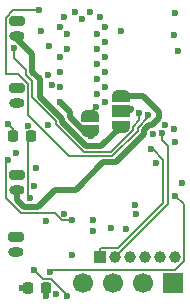
<source format=gbr>
%TF.GenerationSoftware,KiCad,Pcbnew,9.0.5*%
%TF.CreationDate,2025-12-10T00:03:41-08:00*%
%TF.ProjectId,camcontrol stm32,63616d63-6f6e-4747-926f-6c2073746d33,rev?*%
%TF.SameCoordinates,Original*%
%TF.FileFunction,Copper,L4,Bot*%
%TF.FilePolarity,Positive*%
%FSLAX46Y46*%
G04 Gerber Fmt 4.6, Leading zero omitted, Abs format (unit mm)*
G04 Created by KiCad (PCBNEW 9.0.5) date 2025-12-10 00:03:41*
%MOMM*%
%LPD*%
G01*
G04 APERTURE LIST*
G04 Aperture macros list*
%AMRoundRect*
0 Rectangle with rounded corners*
0 $1 Rounding radius*
0 $2 $3 $4 $5 $6 $7 $8 $9 X,Y pos of 4 corners*
0 Add a 4 corners polygon primitive as box body*
4,1,4,$2,$3,$4,$5,$6,$7,$8,$9,$2,$3,0*
0 Add four circle primitives for the rounded corners*
1,1,$1+$1,$2,$3*
1,1,$1+$1,$4,$5*
1,1,$1+$1,$6,$7*
1,1,$1+$1,$8,$9*
0 Add four rect primitives between the rounded corners*
20,1,$1+$1,$2,$3,$4,$5,0*
20,1,$1+$1,$4,$5,$6,$7,0*
20,1,$1+$1,$6,$7,$8,$9,0*
20,1,$1+$1,$8,$9,$2,$3,0*%
%AMFreePoly0*
4,1,23,0.550000,-0.750000,0.000000,-0.750000,0.000000,-0.745722,-0.065263,-0.745722,-0.191342,-0.711940,-0.304381,-0.646677,-0.396677,-0.554381,-0.461940,-0.441342,-0.495722,-0.315263,-0.495722,-0.250000,-0.500000,-0.250000,-0.500000,0.250000,-0.495722,0.250000,-0.495722,0.315263,-0.461940,0.441342,-0.396677,0.554381,-0.304381,0.646677,-0.191342,0.711940,-0.065263,0.745722,0.000000,0.745722,
0.000000,0.750000,0.550000,0.750000,0.550000,-0.750000,0.550000,-0.750000,$1*%
%AMFreePoly1*
4,1,23,0.000000,0.745722,0.065263,0.745722,0.191342,0.711940,0.304381,0.646677,0.396677,0.554381,0.461940,0.441342,0.495722,0.315263,0.495722,0.250000,0.500000,0.250000,0.500000,-0.250000,0.495722,-0.250000,0.495722,-0.315263,0.461940,-0.441342,0.396677,-0.554381,0.304381,-0.646677,0.191342,-0.711940,0.065263,-0.745722,0.000000,-0.745722,0.000000,-0.750000,-0.550000,-0.750000,
-0.550000,0.750000,0.000000,0.750000,0.000000,0.745722,0.000000,0.745722,$1*%
%AMFreePoly2*
4,1,23,0.500000,-0.750000,0.000000,-0.750000,0.000000,-0.745722,-0.065263,-0.745722,-0.191342,-0.711940,-0.304381,-0.646677,-0.396677,-0.554381,-0.461940,-0.441342,-0.495722,-0.315263,-0.495722,-0.250000,-0.500000,-0.250000,-0.500000,0.250000,-0.495722,0.250000,-0.495722,0.315263,-0.461940,0.441342,-0.396677,0.554381,-0.304381,0.646677,-0.191342,0.711940,-0.065263,0.745722,0.000000,0.745722,
0.000000,0.750000,0.500000,0.750000,0.500000,-0.750000,0.500000,-0.750000,$1*%
%AMFreePoly3*
4,1,23,0.000000,0.745722,0.065263,0.745722,0.191342,0.711940,0.304381,0.646677,0.396677,0.554381,0.461940,0.441342,0.495722,0.315263,0.495722,0.250000,0.500000,0.250000,0.500000,-0.250000,0.495722,-0.250000,0.495722,-0.315263,0.461940,-0.441342,0.396677,-0.554381,0.304381,-0.646677,0.191342,-0.711940,0.065263,-0.745722,0.000000,-0.745722,0.000000,-0.750000,-0.500000,-0.750000,
-0.500000,0.750000,0.000000,0.750000,0.000000,0.745722,0.000000,0.745722,$1*%
G04 Aperture macros list end*
%TA.AperFunction,ComponentPad*%
%ADD10R,1.000000X1.000000*%
%TD*%
%TA.AperFunction,ComponentPad*%
%ADD11C,1.000000*%
%TD*%
%TA.AperFunction,SMDPad,CuDef*%
%ADD12FreePoly0,90.000000*%
%TD*%
%TA.AperFunction,SMDPad,CuDef*%
%ADD13R,1.500000X1.000000*%
%TD*%
%TA.AperFunction,SMDPad,CuDef*%
%ADD14FreePoly1,90.000000*%
%TD*%
%TA.AperFunction,ComponentPad*%
%ADD15RoundRect,0.200000X-0.450000X0.200000X-0.450000X-0.200000X0.450000X-0.200000X0.450000X0.200000X0*%
%TD*%
%TA.AperFunction,ComponentPad*%
%ADD16O,1.300000X0.800000*%
%TD*%
%TA.AperFunction,SMDPad,CuDef*%
%ADD17RoundRect,0.218750X-0.218750X-0.256250X0.218750X-0.256250X0.218750X0.256250X-0.218750X0.256250X0*%
%TD*%
%TA.AperFunction,SMDPad,CuDef*%
%ADD18FreePoly2,90.000000*%
%TD*%
%TA.AperFunction,SMDPad,CuDef*%
%ADD19FreePoly3,90.000000*%
%TD*%
%TA.AperFunction,ComponentPad*%
%ADD20R,1.700000X1.700000*%
%TD*%
%TA.AperFunction,ComponentPad*%
%ADD21C,1.700000*%
%TD*%
%TA.AperFunction,ViaPad*%
%ADD22C,0.600000*%
%TD*%
%TA.AperFunction,Conductor*%
%ADD23C,0.500000*%
%TD*%
%TA.AperFunction,Conductor*%
%ADD24C,0.200000*%
%TD*%
G04 APERTURE END LIST*
D10*
%TO.P,J5,1,Pin_1*%
%TO.N,/CAM1 RX*%
X8331200Y-21590000D03*
D11*
%TO.P,J5,2,Pin_2*%
%TO.N,/CAM1 TX*%
X9601200Y-21590000D03*
%TO.P,J5,3,Pin_3*%
%TO.N,GND*%
X10871200Y-21590000D03*
%TO.P,J5,4,Pin_4*%
%TO.N,/CAM2 RX*%
X12141200Y-21590000D03*
%TO.P,J5,5,Pin_5*%
%TO.N,/CAM2 TX*%
X13411200Y-21590000D03*
%TO.P,J5,6,Pin_6*%
%TO.N,GND*%
X14681200Y-21590000D03*
%TD*%
D12*
%TO.P,JP1,1,A*%
%TO.N,+12V*%
X10033000Y-10550200D03*
D13*
%TO.P,JP1,2,C*%
%TO.N,Net-(JP1-C)*%
X10033000Y-9250200D03*
D14*
%TO.P,JP1,3,B*%
%TO.N,+12VA*%
X10033000Y-7950200D03*
%TD*%
D15*
%TO.P,J3,1,Pin_1*%
%TO.N,GND*%
X1270000Y-7284400D03*
D16*
%TO.P,J3,2,Pin_2*%
%TO.N,/PWR B*%
X1270000Y-8534400D03*
%TD*%
D15*
%TO.P,J1,1,Pin_1*%
%TO.N,GND*%
X1297200Y-1635600D03*
D16*
%TO.P,J1,2,Pin_2*%
%TO.N,+12V*%
X1297200Y-2885600D03*
%TD*%
D17*
%TO.P,D2,1,K*%
%TO.N,Net-(D2-K)*%
X888900Y-11379200D03*
%TO.P,D2,2,A*%
%TO.N,/LED INDICATION*%
X2463900Y-11379200D03*
%TD*%
%TO.P,D1,1,K*%
%TO.N,Net-(D1-K)*%
X2184300Y-24180800D03*
%TO.P,D1,2,A*%
%TO.N,+3V3*%
X3759300Y-24180800D03*
%TD*%
D15*
%TO.P,J7,1,Pin_1*%
%TO.N,GND*%
X1170200Y-19923600D03*
D16*
%TO.P,J7,2,Pin_2*%
%TO.N,/PWR A*%
X1170200Y-21173600D03*
%TD*%
D15*
%TO.P,J4,1,Pin_1*%
%TO.N,GND*%
X1244600Y-14630400D03*
D16*
%TO.P,J4,2,Pin_2*%
%TO.N,+12VA*%
X1244600Y-15880400D03*
%TD*%
D18*
%TO.P,J6,1,Pin_1*%
%TO.N,GND*%
X7416800Y-10937000D03*
D19*
%TO.P,J6,2,Pin_2*%
%TO.N,/BOOTSEL*%
X7416800Y-9637000D03*
%TD*%
D20*
%TO.P,J2,1,Pin_1*%
%TO.N,GND*%
X14478000Y-23799800D03*
D21*
%TO.P,J2,2,Pin_2*%
%TO.N,+3V3*%
X11938000Y-23799800D03*
%TO.P,J2,3,Pin_3*%
%TO.N,/CAM1 TX*%
X9398000Y-23799800D03*
%TO.P,J2,4,Pin_4*%
%TO.N,/CAM1 RX*%
X6858000Y-23799800D03*
%TD*%
D22*
%TO.N,GND*%
X4222636Y-7059804D03*
X7416800Y-812800D03*
X8686800Y-2082800D03*
X3733800Y-18511800D03*
X4876800Y-7162800D03*
X4876800Y-5892800D03*
X8686800Y-5892800D03*
X8051800Y-7797800D03*
X1193800Y-12750800D03*
X11226800Y-17200800D03*
X8051800Y-2717800D03*
X8686800Y-7162800D03*
X8686800Y-4622800D03*
X7670800Y-19423600D03*
X8686800Y-3352800D03*
X10462558Y-19209696D03*
X2187316Y-10472555D03*
X5511800Y-2717800D03*
X14909800Y-4114800D03*
X5511800Y-3987800D03*
X4557497Y-24738707D03*
X5896032Y-21390750D03*
X15213600Y-15341600D03*
X8266800Y-1242800D03*
X10083800Y-2463800D03*
X14524200Y-2794000D03*
X8051800Y-6527800D03*
X4876800Y-8432800D03*
X4876800Y-4622800D03*
X3268922Y-2445668D03*
X4876800Y-2082800D03*
X6781800Y-1447800D03*
X8051800Y-5257800D03*
X8686800Y-8432800D03*
X5266800Y-1242800D03*
X6146800Y-812800D03*
X8051800Y-3987800D03*
X7569200Y-11379200D03*
X13811055Y-10392965D03*
%TO.N,+3V3*%
X13045583Y-13619569D03*
X5266977Y-17925924D03*
X2844800Y-14020800D03*
X14656200Y-894000D03*
X12783306Y-11183770D03*
X11304521Y-17946430D03*
X3733800Y-24900000D03*
X7670800Y-18463600D03*
X3928351Y-10375111D03*
%TO.N,/VFBSMPS*%
X9218871Y-19111200D03*
X2691257Y-15608189D03*
%TO.N,Net-(D2-K)*%
X508000Y-10363200D03*
%TO.N,Net-(JP1-C)*%
X10911132Y-9083797D03*
%TO.N,/PWR B*%
X14630400Y-11836400D03*
%TO.N,/BOOTSEL*%
X7924800Y-8890000D03*
%TO.N,/PWR A*%
X2685600Y-22689000D03*
X5537200Y-24892000D03*
%TO.N,/LED INDICATION*%
X2387600Y-16560800D03*
%TO.N,/PWR A SENS*%
X4100326Y-22835235D03*
X14681200Y-16408400D03*
%TO.N,/PWRB EN*%
X11582400Y-9398000D03*
X1005600Y-3860800D03*
%TO.N,/CAM1 TX*%
X13514828Y-11113571D03*
%TO.N,/CAM1 RX*%
X12577454Y-12483770D03*
%TO.N,Net-(D1-K)*%
X1701800Y-24180800D03*
%TO.N,/PWR B SENS*%
X3911776Y-6146248D03*
X14579600Y-10769600D03*
%TO.N,/BATT SENSE B*%
X12377789Y-9533787D03*
X3098800Y-709200D03*
%TO.N,/RF CTRL*%
X4004249Y-3685509D03*
X5943600Y-18440400D03*
X508000Y-13411200D03*
%TD*%
D23*
%TO.N,GND*%
X5748351Y-9304351D02*
X4876800Y-8432800D01*
X7416800Y-10937000D02*
X7416800Y-11226800D01*
X7416800Y-11226800D02*
X7569200Y-11379200D01*
X7416800Y-10937000D02*
X6920912Y-10937000D01*
X5748351Y-9764439D02*
X5748351Y-9304351D01*
X6920912Y-10937000D02*
X5748351Y-9764439D01*
D24*
%TO.N,+3V3*%
X3759300Y-24874500D02*
X3733800Y-24900000D01*
X3759300Y-24180800D02*
X3759300Y-24874500D01*
D23*
%TO.N,+12VA*%
X9614496Y-13565600D02*
X11983306Y-11196790D01*
X1825000Y-17360800D02*
X3023771Y-17360800D01*
X8563020Y-13565600D02*
X9614496Y-13565600D01*
X11925574Y-7950200D02*
X10033000Y-7950200D01*
X3023771Y-17360800D02*
X4504171Y-15880400D01*
X1244600Y-15880400D02*
X1244600Y-16780400D01*
X12451935Y-10383770D02*
X12720656Y-10383770D01*
X4504171Y-15880400D02*
X6248220Y-15880400D01*
X11983306Y-10852399D02*
X12451935Y-10383770D01*
X1244600Y-16780400D02*
X1825000Y-17360800D01*
X13246364Y-9270990D02*
X11925574Y-7950200D01*
X13246364Y-9858062D02*
X13246364Y-9270990D01*
X6248220Y-15880400D02*
X8563020Y-13565600D01*
X11983306Y-11196790D02*
X11983306Y-10852399D01*
X12720656Y-10383770D02*
X13246364Y-9858062D01*
%TO.N,+12V*%
X3227599Y-8033872D02*
X3227599Y-6560861D01*
X2561200Y-5914000D02*
X2561200Y-4399600D01*
X2561200Y-4399600D02*
X1297200Y-3135600D01*
X10033000Y-10550200D02*
X8404000Y-12179200D01*
X7113580Y-12179200D02*
X5088351Y-10153971D01*
X3219938Y-6553200D02*
X3200400Y-6553200D01*
X1297200Y-3135600D02*
X1297200Y-2885600D01*
X5088351Y-9894624D02*
X3227599Y-8033872D01*
X5088351Y-10153971D02*
X5088351Y-9894624D01*
X8404000Y-12179200D02*
X7113580Y-12179200D01*
X3200400Y-6553200D02*
X2561200Y-5914000D01*
X3227599Y-6560861D02*
X3219938Y-6553200D01*
D24*
%TO.N,Net-(D2-K)*%
X888900Y-11379200D02*
X888900Y-10744100D01*
X888900Y-10744100D02*
X508000Y-10363200D01*
D23*
%TO.N,Net-(JP1-C)*%
X10744729Y-9250200D02*
X10911132Y-9083797D01*
X10033000Y-9250200D02*
X10744729Y-9250200D01*
D24*
%TO.N,/BOOTSEL*%
X7416800Y-9637000D02*
X7416800Y-9398000D01*
X7416800Y-9398000D02*
X7924800Y-8890000D01*
%TO.N,/PWR A*%
X3441400Y-23444800D02*
X2685600Y-22689000D01*
X5537200Y-24799170D02*
X4182830Y-23444800D01*
X5537200Y-24892000D02*
X5537200Y-24799170D01*
X4182830Y-23444800D02*
X3441400Y-23444800D01*
%TO.N,/LED INDICATION*%
X2155600Y-11687500D02*
X2463900Y-11379200D01*
X2387600Y-16560800D02*
X2155600Y-16328800D01*
X2155600Y-16328800D02*
X2155600Y-11687500D01*
%TO.N,/PWR A SENS*%
X14648191Y-22656800D02*
X4278761Y-22656800D01*
X15412200Y-17139400D02*
X15412200Y-21892791D01*
X14681200Y-16408400D02*
X15412200Y-17139400D01*
X15412200Y-21892791D02*
X14648191Y-22656800D01*
X4278761Y-22656800D02*
X4100326Y-22835235D01*
%TO.N,/PWRB EN*%
X2371476Y-6529000D02*
X2050200Y-6207724D01*
X11582400Y-10022941D02*
X11049000Y-10556341D01*
X11049000Y-10867488D02*
X9227288Y-12689200D01*
X11582400Y-9398000D02*
X11582400Y-10022941D01*
X9227288Y-12689200D02*
X8616664Y-12689200D01*
X2372890Y-6529000D02*
X2371476Y-6529000D01*
X6901916Y-12690200D02*
X4577351Y-10365634D01*
X2050200Y-5758600D02*
X1005600Y-4714000D01*
X11049000Y-10556341D02*
X11049000Y-10867488D01*
X1005600Y-4714000D02*
X1005600Y-3860800D01*
X4577351Y-10365634D02*
X4577351Y-10106288D01*
X2050200Y-6207724D02*
X2050200Y-5758600D01*
X2514400Y-6670510D02*
X2372890Y-6529000D01*
X4577351Y-10106288D02*
X2514400Y-8043337D01*
X2514400Y-8043337D02*
X2514400Y-6670510D01*
X8615663Y-12690200D02*
X6901916Y-12690200D01*
X8616664Y-12689200D02*
X8615663Y-12690200D01*
%TO.N,/CAM1 TX*%
X14071600Y-17119600D02*
X14071600Y-12196839D01*
X13514828Y-11640067D02*
X13514828Y-11113571D01*
X14071600Y-12196839D02*
X13514828Y-11640067D01*
X9601200Y-21590000D02*
X14071600Y-17119600D01*
%TO.N,/CAM1 RX*%
X13665200Y-13365680D02*
X12783290Y-12483770D01*
X8331200Y-20890000D02*
X8367600Y-20853600D01*
X13665200Y-17008510D02*
X13665200Y-13365680D01*
X8367600Y-20853600D02*
X9820110Y-20853600D01*
X8331200Y-21590000D02*
X8331200Y-20890000D01*
X9820110Y-20853600D02*
X13665200Y-17008510D01*
X12783290Y-12483770D02*
X12577454Y-12483770D01*
%TO.N,/BATT SENSE B*%
X2181000Y-6930332D02*
X2181000Y-8478400D01*
X958532Y-709200D02*
X355600Y-1312132D01*
X2181000Y-8478400D02*
X2184400Y-8481800D01*
X355600Y-6096000D02*
X1346668Y-6096000D01*
X9327578Y-13055600D02*
X11473306Y-10909872D01*
X3098800Y-709200D02*
X958532Y-709200D01*
X2184400Y-9550400D02*
X5689600Y-13055600D01*
X2184400Y-8481800D02*
X2184400Y-9550400D01*
X5689600Y-13055600D02*
X9327578Y-13055600D01*
X12377789Y-9736668D02*
X12377789Y-9533787D01*
X11473306Y-10641151D02*
X12377789Y-9736668D01*
X1346668Y-6096000D02*
X2181000Y-6930332D01*
X11473306Y-10909872D02*
X11473306Y-10641151D01*
X355600Y-1312132D02*
X355600Y-6096000D01*
%TO.N,/RF CTRL*%
X5047029Y-18456924D02*
X4461905Y-17871800D01*
X5943600Y-18440400D02*
X5927076Y-18456924D01*
X333600Y-14276332D02*
X333600Y-13585600D01*
X5927076Y-18456924D02*
X5047029Y-18456924D01*
X1613336Y-17871800D02*
X333600Y-16592064D01*
X333600Y-16592064D02*
X333600Y-14276332D01*
X333600Y-13585600D02*
X508000Y-13411200D01*
X4461905Y-17871800D02*
X1613336Y-17871800D01*
%TD*%
M02*

</source>
